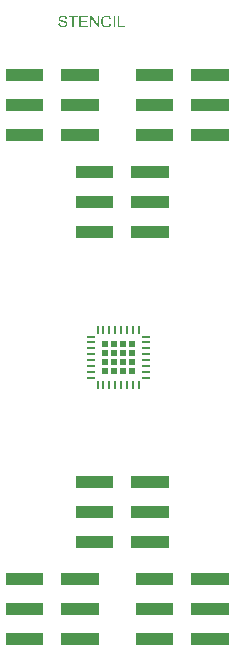
<source format=gbr>
G04 CAM350/DFMSTREAM V12.1 (Build 1022) Date:  Fri Nov 06 13:38:26 2015 *
G04 Database: C:\Projects\3894_EVB_TGP2105_MArnold_102015\Gerbers\110615\GBR_1138089-A.cam *
G04 Layer 6: STENCIL *
%FSLAX24Y24*%
%MOIN*%
%SFA1.000B1.000*%

%MIA0B0*%
%IPPOS*%
%ADD19R,0.02950X0.00980*%
%ADD20R,0.00980X0.02950*%
%LNSTENCIL*%
%LPD*%
G36*
X-156Y11000D02*
G01Y11384D01*
X-105*
Y11000*
X-156*
G37*
G36*
X348Y348D02*
G01Y546D01*
X546*
Y348*
X348*
G37*
G36*
Y50D02*
G01Y248D01*
X546*
Y50*
X348*
G37*
G36*
Y-247D02*
G01Y-49D01*
X546*
Y-247*
X348*
G37*
G36*
Y-545D02*
G01Y-347D01*
X546*
Y-545*
X348*
G37*
G36*
X50Y348D02*
G01Y546D01*
X248*
Y348*
X50*
G37*
G36*
Y50D02*
G01Y248D01*
X248*
Y50*
X50*
G37*
G36*
Y-247D02*
G01Y-49D01*
X248*
Y-247*
X50*
G37*
G36*
Y-545D02*
G01Y-347D01*
X248*
Y-545*
X50*
G37*
G36*
X-248Y348D02*
G01Y546D01*
X-50*
Y348*
X-248*
G37*
G36*
Y50D02*
G01Y248D01*
X-50*
Y50*
X-248*
G37*
G36*
Y-247D02*
G01Y-49D01*
X-50*
Y-247*
X-248*
G37*
G36*
Y-545D02*
G01Y-347D01*
X-50*
Y-545*
X-248*
G37*
G36*
X-546Y348D02*
G01Y546D01*
X-348*
Y348*
X-546*
G37*
G36*
Y50D02*
G01Y248D01*
X-348*
Y50*
X-546*
G37*
G36*
Y-247D02*
G01Y-49D01*
X-348*
Y-247*
X-546*
G37*
G36*
Y-545D02*
G01Y-347D01*
X-348*
Y-545*
X-546*
G37*
G36*
X-17Y11000D02*
G01Y11384D01*
X34*
Y11046*
X223*
Y11000*
X-17*
G37*
G36*
X-1296D02*
G01Y11384D01*
X-1018*
Y11339*
X-1245*
Y11221*
X-1033*
Y11176*
X-1245*
Y11046*
X-1009*
Y11000*
X-1296*
G37*
G36*
X-939D02*
G01Y11384D01*
X-887*
X-686Y11082*
Y11384*
X-637*
Y11000*
X-690*
X-891Y11301*
Y11000*
X-939*
G37*
G36*
X-1654Y11339D02*
G01Y11384D01*
X-1350*
Y11339*
X-1476*
Y11000*
X-1527*
Y11339*
X-1654*
G37*
G36*
X-2000Y11123D02*
G01X-1952Y11128D01*
Y11127*
Y11125*
Y11123*
X-1951Y11118*
X-1949Y11110*
X-1947Y11103*
X-1945Y11095*
X-1941Y11087*
X-1937Y11080*
X-1936Y11079*
X-1935Y11077*
X-1932Y11073*
X-1927Y11069*
X-1922Y11064*
X-1916Y11059*
X-1907Y11054*
X-1898Y11050*
X-1897Y11049*
X-1896*
X-1894Y11048*
X-1888Y11047*
X-1881Y11044*
X-1872Y11042*
X-1862Y11041*
X-1851Y11039*
X-1839*
X-1834*
X-1829*
X-1822Y11040*
X-1814Y11041*
X-1805Y11042*
X-1796Y11044*
X-1788Y11047*
X-1787Y11048*
X-1784Y11049*
X-1780Y11051*
X-1775Y11053*
X-1770Y11057*
X-1765Y11061*
X-1759Y11065*
X-1755Y11071*
X-1754Y11072*
X-1753Y11074*
X-1751Y11077*
X-1749Y11081*
X-1747Y11085*
X-1745Y11091*
X-1744Y11097*
Y11104*
Y11107*
Y11110*
X-1745Y11115*
X-1746Y11119*
X-1748Y11125*
X-1751Y11130*
X-1755Y11135*
Y11136*
X-1757Y11138*
X-1759Y11140*
X-1763Y11143*
X-1767Y11147*
X-1774Y11150*
X-1781Y11154*
X-1789Y11158*
X-1790*
X-1792Y11159*
X-1797Y11160*
X-1800Y11161*
X-1804Y11162*
X-1807Y11164*
X-1812Y11165*
X-1818Y11166*
X-1825Y11168*
X-1831Y11170*
X-1839Y11172*
X-1848Y11174*
X-1857Y11176*
X-1858*
X-1860Y11177*
X-1862Y11178*
X-1866Y11179*
X-1870Y11180*
X-1875Y11181*
X-1886Y11184*
X-1898Y11188*
X-1911Y11192*
X-1922Y11196*
X-1927Y11198*
X-1932Y11200*
X-1933Y11201*
X-1936Y11203*
X-1941Y11206*
X-1947Y11210*
X-1953Y11215*
X-1960Y11221*
X-1967Y11229*
X-1972Y11236*
X-1973Y11238*
X-1974Y11240*
X-1977Y11245*
X-1979Y11250*
X-1981Y11258*
X-1983Y11266*
X-1985Y11275*
X-1986Y11284*
Y11285*
Y11287*
Y11289*
X-1984Y11295*
X-1983Y11302*
X-1982Y11310*
X-1979Y11320*
X-1975Y11329*
X-1969Y11339*
Y11340*
X-1966Y11343*
X-1962Y11347*
X-1957Y11353*
X-1951Y11359*
X-1942Y11366*
X-1932Y11372*
X-1921Y11377*
X-1920Y11378*
X-1918Y11379*
X-1916Y11380*
X-1913Y11381*
X-1909Y11382*
X-1901Y11384*
X-1890Y11386*
X-1878Y11388*
X-1865Y11390*
X-1851Y11391*
X-1843*
X-1840Y11390*
X-1836*
X-1825Y11389*
X-1814Y11387*
X-1801Y11385*
X-1788Y11381*
X-1776Y11377*
X-1775*
X-1774Y11376*
X-1772Y11375*
X-1770Y11374*
X-1765Y11371*
X-1757Y11366*
X-1749Y11361*
X-1741Y11354*
X-1733Y11345*
X-1726Y11336*
Y11335*
X-1725*
X-1724Y11333*
X-1723Y11331*
X-1720Y11326*
X-1717Y11319*
X-1713Y11310*
X-1710Y11299*
X-1708Y11288*
X-1706Y11276*
X-1755Y11272*
Y11273*
Y11274*
X-1756Y11275*
Y11278*
X-1758Y11284*
X-1760Y11292*
X-1764Y11301*
X-1769Y11310*
X-1775Y11319*
X-1782Y11326*
X-1784Y11327*
X-1786Y11329*
X-1792Y11332*
X-1799Y11336*
X-1809Y11339*
X-1820Y11342*
X-1833Y11345*
X-1849*
X-1857*
X-1860*
X-1865Y11344*
X-1875Y11343*
X-1886Y11341*
X-1897Y11338*
X-1907Y11334*
X-1912Y11331*
X-1916Y11328*
X-1917Y11327*
X-1920Y11325*
X-1923Y11321*
X-1926Y11317*
X-1930Y11311*
X-1933Y11304*
X-1936Y11296*
X-1937Y11287*
Y11286*
Y11284*
X-1936Y11280*
X-1935Y11276*
X-1933Y11270*
X-1931Y11265*
X-1927Y11259*
X-1922Y11254*
Y11253*
X-1919Y11251*
X-1917Y11250*
X-1915Y11249*
X-1911Y11247*
X-1907Y11245*
X-1902Y11243*
X-1897Y11241*
X-1891Y11239*
X-1883Y11236*
X-1876Y11234*
X-1867Y11231*
X-1857Y11229*
X-1846Y11226*
X-1845*
X-1843Y11225*
X-1840*
X-1836Y11224*
X-1831Y11223*
X-1825Y11221*
X-1819Y11219*
X-1812Y11218*
X-1797Y11214*
X-1784Y11210*
X-1777Y11208*
X-1771Y11205*
X-1765Y11204*
X-1761Y11201*
X-1760*
X-1759*
X-1757Y11200*
X-1755Y11199*
X-1749Y11195*
X-1742Y11191*
X-1734Y11185*
X-1725Y11178*
X-1717Y11170*
X-1711Y11162*
X-1710Y11161*
X-1708Y11158*
X-1706Y11153*
X-1703Y11147*
X-1700Y11139*
X-1697Y11129*
X-1695Y11119*
Y11108*
Y11107*
Y11105*
Y11103*
X-1696Y11097*
X-1697Y11089*
X-1699Y11080*
X-1702Y11070*
X-1706Y11061*
X-1713Y11050*
Y11049*
X-1716Y11046*
X-1720Y11041*
X-1725Y11035*
X-1732Y11028*
X-1741Y11021*
X-1751Y11014*
X-1763Y11008*
X-1764*
X-1765*
X-1766Y11007*
X-1769Y11006*
X-1772Y11005*
X-1776Y11003*
X-1785Y11001*
X-1795Y10998*
X-1808Y10996*
X-1822Y10994*
X-1837Y10993*
X-1846*
X-1850Y10994*
X-1855*
X-1861*
X-1867Y10995*
X-1881Y10997*
X-1896Y10999*
X-1910Y11003*
X-1924Y11008*
X-1925*
X-1926Y11009*
X-1927Y11010*
X-1930Y11011*
X-1936Y11014*
X-1944Y11019*
X-1953Y11026*
X-1962Y11034*
X-1971Y11043*
X-1979Y11054*
X-1981Y11056*
Y11057*
X-1983Y11059*
X-1984Y11062*
X-1986Y11065*
X-1989Y11074*
X-1993Y11084*
X-1997Y11096*
X-1999Y11109*
X-2000Y11123*
G37*
G36*
X-566Y11195D02*
G01Y11198D01*
Y11201*
Y11205*
Y11210*
X-565Y11216*
Y11223*
X-564Y11230*
X-561Y11246*
X-557Y11264*
X-551Y11282*
X-544Y11299*
X-543Y11300*
Y11301*
X-541Y11304*
X-539Y11306*
X-537Y11310*
X-534Y11315*
X-527Y11325*
X-518Y11336*
X-507Y11347*
X-494Y11358*
X-479Y11367*
X-478Y11368*
X-477Y11369*
X-474Y11370*
X-472Y11371*
X-467Y11373*
X-463Y11375*
X-457Y11377*
X-451Y11379*
X-444Y11381*
X-437Y11384*
X-422Y11387*
X-404Y11390*
X-386Y11391*
X-380*
X-376Y11390*
X-371*
X-365Y11389*
X-359Y11388*
X-352Y11387*
X-337Y11384*
X-320Y11379*
X-312Y11375*
X-304Y11371*
X-296Y11366*
X-288Y11361*
X-287Y11360*
X-284Y11359*
X-282Y11356*
X-279Y11353*
X-275Y11349*
X-271Y11345*
X-267Y11340*
X-262Y11335*
X-258Y11328*
X-253Y11321*
X-248Y11314*
X-245Y11306*
X-240Y11297*
X-237Y11289*
X-233Y11279*
X-283Y11267*
Y11268*
X-284Y11269*
X-285Y11271*
X-286Y11274*
X-287Y11277*
X-289Y11281*
X-293Y11290*
X-299Y11300*
X-306Y11310*
X-314Y11320*
X-323Y11328*
X-324Y11329*
X-327Y11331*
X-333Y11334*
X-340Y11338*
X-349Y11341*
X-360Y11345*
X-373Y11347*
X-387*
X-391*
X-394*
X-398*
X-402Y11346*
X-413Y11345*
X-424Y11342*
X-437Y11339*
X-449Y11333*
X-461Y11326*
X-462*
Y11325*
X-466Y11322*
X-471Y11317*
X-477Y11311*
X-484Y11302*
X-491Y11293*
X-497Y11281*
X-503Y11269*
Y11268*
Y11267*
X-504Y11265*
Y11263*
X-505Y11259*
X-507Y11255*
X-508Y11246*
X-510Y11235*
X-513Y11223*
X-514Y11209*
Y11195*
Y11194*
Y11193*
Y11190*
Y11186*
Y11183*
Y11178*
X-513Y11172*
Y11166*
X-511Y11153*
X-508Y11138*
X-505Y11124*
X-500Y11109*
Y11108*
X-499Y11106*
X-498Y11103*
X-494Y11097*
X-489Y11089*
X-483Y11080*
X-475Y11070*
X-467Y11062*
X-456Y11054*
X-455*
X-454*
X-453Y11053*
X-450Y11052*
X-448Y11051*
X-444Y11049*
X-437Y11046*
X-427Y11042*
X-415Y11039*
X-403Y11037*
X-391*
X-387*
X-383*
X-379*
X-376Y11038*
X-366Y11040*
X-354Y11043*
X-342Y11047*
X-330Y11053*
X-324Y11057*
X-318Y11061*
Y11062*
X-317*
X-316Y11064*
X-313Y11065*
X-311Y11068*
X-308Y11072*
X-305Y11075*
X-302Y11079*
X-299Y11084*
X-295Y11090*
X-292Y11095*
X-288Y11102*
X-286Y11109*
X-283Y11117*
X-280Y11125*
X-278Y11134*
X-227Y11122*
Y11121*
Y11119*
X-228Y11115*
X-230Y11111*
X-232Y11106*
X-234Y11100*
X-237Y11093*
X-240Y11086*
X-248Y11070*
X-258Y11055*
X-264Y11047*
X-270Y11039*
X-277Y11033*
X-284Y11026*
X-285*
X-286Y11024*
X-289Y11023*
X-292Y11021*
X-296Y11018*
X-301Y11016*
X-307Y11013*
X-313Y11010*
X-320Y11007*
X-328Y11004*
X-336Y11001*
X-345Y10998*
X-354Y10996*
X-364Y10995*
X-375Y10994*
X-386Y10993*
X-392*
X-397Y10994*
X-402*
X-408*
X-414Y10996*
X-422Y10997*
X-438Y10999*
X-455Y11004*
X-472Y11010*
X-479Y11014*
X-487Y11018*
X-488Y11019*
X-489*
X-491Y11021*
X-493Y11023*
X-497Y11026*
X-500Y11029*
X-505Y11033*
X-509Y11037*
X-514Y11042*
X-519Y11047*
X-529Y11060*
X-538Y11075*
X-546Y11092*
X-548Y11094*
Y11097*
X-550Y11100*
X-551Y11104*
X-553Y11110*
X-555Y11116*
X-556Y11123*
X-558Y11130*
X-560Y11138*
X-563Y11155*
X-565Y11175*
X-566Y11195*
G37*
G36*
X2437Y9200D02*
G01Y9600D01*
X3687*
Y9200*
X2437*
G37*
G36*
Y8200D02*
G01Y8600D01*
X3687*
Y8200*
X2437*
G37*
G36*
Y7200D02*
G01Y7600D01*
X3687*
Y7200*
X2437*
G37*
G36*
Y-7600D02*
G01Y-7200D01*
X3687*
Y-7600*
X2437*
G37*
G36*
Y-8600D02*
G01Y-8200D01*
X3687*
Y-8600*
X2437*
G37*
G36*
Y-9600D02*
G01Y-9200D01*
X3687*
Y-9600*
X2437*
G37*
G36*
X587Y9200D02*
G01Y9600D01*
X1837*
Y9200*
X587*
G37*
G36*
Y8200D02*
G01Y8600D01*
X1837*
Y8200*
X587*
G37*
G36*
Y7200D02*
G01Y7600D01*
X1837*
Y7200*
X587*
G37*
G36*
Y-7600D02*
G01Y-7200D01*
X1837*
Y-7600*
X587*
G37*
G36*
Y-8600D02*
G01Y-8200D01*
X1837*
Y-8600*
X587*
G37*
G36*
Y-9600D02*
G01Y-9200D01*
X1837*
Y-9600*
X587*
G37*
G36*
X433Y5959D02*
G01Y6359D01*
X1683*
Y5959*
X433*
G37*
G36*
Y4959D02*
G01Y5359D01*
X1683*
Y4959*
X433*
G37*
G36*
Y3959D02*
G01Y4359D01*
X1683*
Y3959*
X433*
G37*
G36*
Y-4359D02*
G01Y-3959D01*
X1683*
Y-4359*
X433*
G37*
G36*
Y-5359D02*
G01Y-4959D01*
X1683*
Y-5359*
X433*
G37*
G36*
Y-6359D02*
G01Y-5959D01*
X1683*
Y-6359*
X433*
G37*
G36*
X-1417Y5959D02*
G01Y6359D01*
X-167*
Y5959*
X-1417*
G37*
G36*
Y4959D02*
G01Y5359D01*
X-167*
Y4959*
X-1417*
G37*
G36*
Y3959D02*
G01Y4359D01*
X-167*
Y3959*
X-1417*
G37*
G36*
Y-4359D02*
G01Y-3959D01*
X-167*
Y-4359*
X-1417*
G37*
G36*
Y-5359D02*
G01Y-4959D01*
X-167*
Y-5359*
X-1417*
G37*
G36*
Y-6359D02*
G01Y-5959D01*
X-167*
Y-6359*
X-1417*
G37*
G36*
X-1904Y9200D02*
G01Y9600D01*
X-654*
Y9200*
X-1904*
G37*
G36*
Y8200D02*
G01Y8600D01*
X-654*
Y8200*
X-1904*
G37*
G36*
Y7200D02*
G01Y7600D01*
X-654*
Y7200*
X-1904*
G37*
G36*
Y-7600D02*
G01Y-7200D01*
X-654*
Y-7600*
X-1904*
G37*
G36*
Y-8600D02*
G01Y-8200D01*
X-654*
Y-8600*
X-1904*
G37*
G36*
Y-9600D02*
G01Y-9200D01*
X-654*
Y-9600*
X-1904*
G37*
G36*
X-3754Y9200D02*
G01Y9600D01*
X-2504*
Y9200*
X-3754*
G37*
G36*
Y8200D02*
G01Y8600D01*
X-2504*
Y8200*
X-3754*
G37*
G36*
Y7200D02*
G01Y7600D01*
X-2504*
Y7200*
X-3754*
G37*
G36*
Y-7600D02*
G01Y-7200D01*
X-2504*
Y-7600*
X-3754*
G37*
G36*
Y-8600D02*
G01Y-8200D01*
X-2504*
Y-8600*
X-3754*
G37*
G36*
Y-9600D02*
G01Y-9200D01*
X-2504*
Y-9600*
X-3754*
G37*
G54D19*
X-916Y-295D03*
Y-492D03*
Y-98D03*
Y99D03*
Y296D03*
Y493D03*
Y690D03*
Y-689D03*
X916D03*
Y-492D03*
Y-98D03*
Y99D03*
Y296D03*
X914Y493D03*
X916Y690D03*
Y-295D03*
G54D20*
X-689Y-914D03*
X-492D03*
X-295D03*
X-98D03*
X99D03*
X295Y-916D03*
X492D03*
X688D03*
Y917D03*
X491Y916D03*
X295D03*
X98D03*
X-99D03*
X-296D03*
X-492D03*
X-689D03*
M02*

</source>
